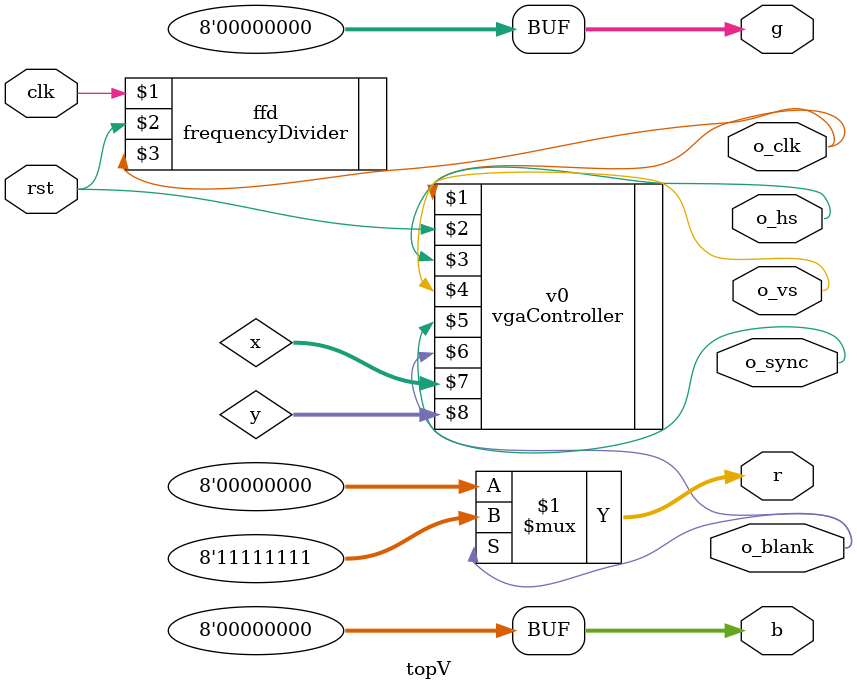
<source format=sv>
module topV (
    input logic clk, rst,
    output logic[7:0] r, g, b,
	 output logic o_hs, o_vs, o_sync, o_blank, o_clk);
	 
	 logic [9:0] x, y;
	 
	 frequencyDivider ffd(clk, rst, o_clk);
	 
	 vgaController v0(o_clk, rst, o_hs, o_vs, o_sync, o_blank, x, y);
	 
	 
	 assign r = o_blank ? 8'd255 : 8'd0;
	 assign g = o_blank ? 8'd0 : 8'd0;
	 assign b = o_blank ? 8'd0 : 8'd0;
	 
endmodule


</source>
